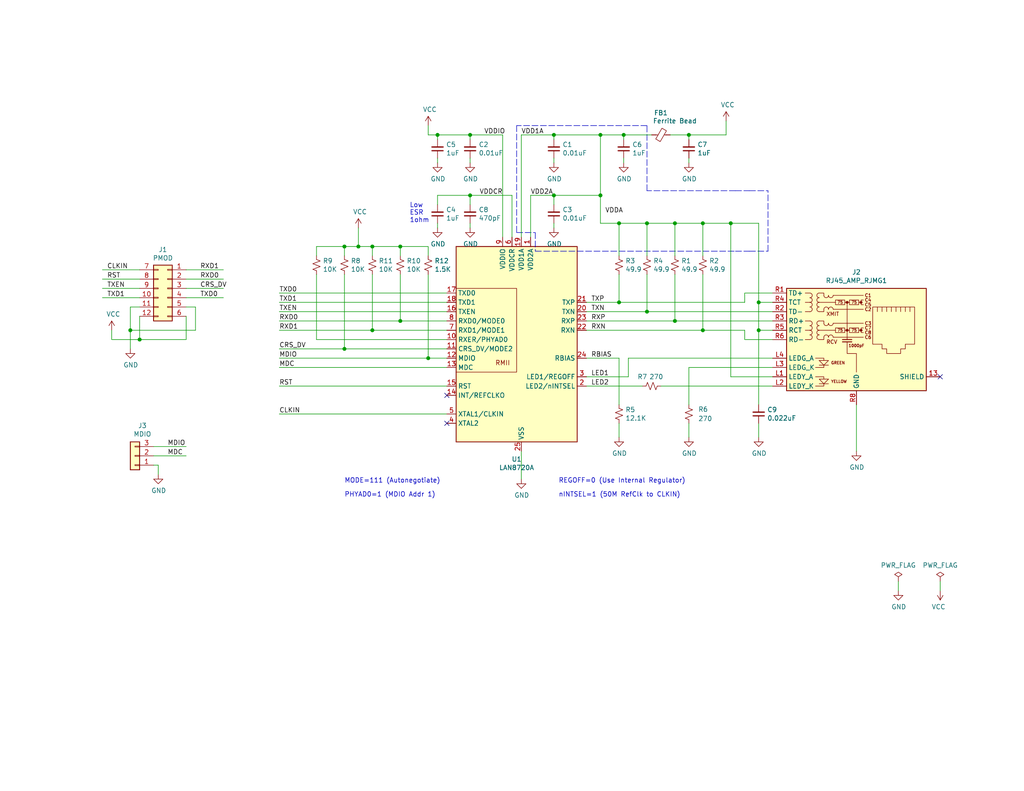
<source format=kicad_sch>
(kicad_sch (version 20211123) (generator eeschema)
  (paper "USLetter")
  (title_block (title "Ethernet PHY PMOD") (date "2022-05-16") (rev "2") (comment 3 "This source describes Open Hardware and is licensed under the CERN-OHL-P v2\n") (comment 4 "Copyright 2022, Brian Swetland <swetland@frotz.net>"))
  (lib_symbols
    (symbol "Connector:RJ45_Amphenol_RJMG1BD3B8K1ANR"
      (property "Reference" "J" (at 19.05 15.24 0))
      (property "Value" "RJ45_Amphenol_RJMG1BD3B8K1ANR" (at -19.05 15.24 0))
      (symbol "RJ45_Amphenol_RJMG1BD3B8K1ANR_0_0"
        (circle (center -2.54 2.54) (radius 0.254) (stroke (width 0.254)) (fill (type outline)))
        (circle (center -2.54 10.16) (radius 0.254) (stroke (width 0.254)) (fill (type outline)))
        (polyline (pts (xy -7.62 -12.065) (xy -10.16 -12.065)))
        (polyline (pts (xy -7.62 -6.985) (xy -10.16 -6.985)))
        (polyline (pts (xy -2.54 10.16) (xy -2.54 0)))
        (polyline (pts (xy -1.27 -0.635) (xy -3.81 -0.635)) (stroke (width 0.254)))
        (polyline (pts (xy -1.27 0) (xy -3.81 0)) (stroke (width 0.254)))
        (polyline (pts (xy 1.27 2.54) (xy 0.635 2.54)))
        (polyline (pts (xy 1.27 10.16) (xy 0.635 10.16)))
        (polyline (pts (xy -11.176 -12.7) (xy -8.89 -12.7) (xy -8.89 -12.065)))
        (polyline (pts (xy -11.176 -10.16) (xy -8.89 -10.16) (xy -8.89 -10.795)))
        (polyline (pts (xy -11.176 -5.08) (xy -8.89 -5.08) (xy -8.89 -5.715)))
        (polyline (pts (xy -8.89 -6.985) (xy -8.89 -7.62) (xy -11.176 -7.62)))
        (polyline (pts (xy -10.16 -5.715) (xy -7.62 -5.715) (xy -8.89 -6.985) (xy -10.16 -5.715)))
        (polyline (pts (xy -7.62 -10.795) (xy -10.16 -10.795) (xy -8.89 -12.065) (xy -7.62 -10.795)))
        (polyline (pts (xy -2.54 -0.635) (xy -2.54 -3.81) (xy 0 -3.81) (xy 0 -8.89)))
        (polyline (pts (xy 1.905 3.175) (xy 1.27 3.175) (xy 1.27 1.905) (xy 1.905 1.905)))
        (polyline (pts (xy 1.905 10.795) (xy 1.27 10.795) (xy 1.27 9.525) (xy 1.905 9.525)))
        (circle (center 1.27 2.54) (radius 0.254) (stroke (width 0.254)) (fill (type outline)))
        (circle (center 1.27 10.16) (radius 0.254) (stroke (width 0.254)) (fill (type outline)))
        (text "1000pF" (at 0 -1.651 0) (effects (font (size 0.762 0.762))))
        (text "75" (at -4.445 2.54 0) (effects (font (size 0.762 0.762))))
        (text "75" (at -4.445 10.16 0) (effects (font (size 0.762 0.762))))
        (text "75" (at -0.635 2.54 0) (effects (font (size 0.762 0.762))))
        (text "75" (at -0.635 10.16 0) (effects (font (size 0.762 0.762))))
        (text "C1" (at 3.175 12.065 0) (effects (font (size 0.889 0.889))))
        (text "C2" (at 3.175 8.255 0) (effects (font (size 0.889 0.889))))
        (text "C3" (at 3.175 4.445 0) (effects (font (size 0.889 0.889))))
        (text "C4" (at 3.175 10.795 0) (effects (font (size 0.889 0.889))))
        (text "C5" (at 3.175 9.525 0) (effects (font (size 0.889 0.889))))
        (text "C6" (at 3.175 0.635 0) (effects (font (size 0.889 0.889))))
        (text "C7" (at 3.175 3.175 0) (effects (font (size 0.889 0.889))))
        (text "C8" (at 3.175 1.905 0) (effects (font (size 0.889 0.889))))
        (text "GREEN" (at -6.985 -6.35 0) (effects (font (size 0.762 0.762)) (justify left)))
        (text "RCV" (at -8.255 -0.635 0) (effects (font (size 1.016 1.016)) (justify left)))
        (text "XMIT" (at -8.255 6.985 0) (effects (font (size 1.016 1.016)) (justify left)))
        (text "YELLOW" (at -6.985 -11.43 0) (effects (font (size 0.762 0.762)) (justify left)))
      )
      (symbol "RJ45_Amphenol_RJMG1BD3B8K1ANR_0_1"
        (rectangle (start -19.05 -13.97) (end 19.05 13.97) (stroke (width 0.254)) (fill (type background)))
        (arc (start -12.7 0) (mid -12.065 0.635) (end -12.7 1.27))
        (arc (start -12.7 1.27) (mid -12.065 1.905) (end -12.7 2.54))
        (arc (start -12.7 2.54) (mid -12.065 3.175) (end -12.7 3.81))
        (arc (start -12.7 3.81) (mid -12.065 4.445) (end -12.7 5.08))
        (arc (start -12.7 7.62) (mid -12.065 8.255) (end -12.7 8.89))
        (arc (start -12.7 8.89) (mid -12.065 9.525) (end -12.7 10.16))
        (arc (start -12.7 10.16) (mid -12.065 10.795) (end -12.7 11.43))
        (arc (start -12.7 11.43) (mid -12.065 12.065) (end -12.7 12.7))
        (arc (start -10.16 1.27) (mid -10.795 0.635) (end -10.16 0))
        (arc (start -10.16 2.54) (mid -10.795 1.905) (end -10.16 1.27))
        (arc (start -10.16 3.81) (mid -10.795 3.175) (end -10.16 2.54))
        (arc (start -10.16 5.08) (mid -10.795 4.445) (end -10.16 3.81))
        (arc (start -10.16 8.89) (mid -10.795 8.255) (end -10.16 7.62))
        (arc (start -10.16 10.16) (mid -10.795 9.525) (end -10.16 8.89))
        (arc (start -10.16 11.43) (mid -10.795 10.795) (end -10.16 10.16))
        (arc (start -10.16 12.7) (mid -10.795 12.065) (end -10.16 11.43))
        (arc (start -8.89 4.445) (mid -8.255 3.81) (end -7.62 4.445))
        (arc (start -8.89 12.065) (mid -8.255 11.43) (end -7.62 12.065))
        (arc (start -7.62 0.635) (mid -8.255 1.27) (end -8.89 0.635))
        (arc (start -7.62 4.445) (mid -6.985 3.81) (end -6.35 4.445))
        (arc (start -7.62 8.255) (mid -8.255 8.89) (end -8.89 8.255))
        (arc (start -7.62 12.065) (mid -6.985 11.43) (end -6.35 12.065))
        (arc (start -6.35 0.635) (mid -6.985 1.27) (end -7.62 0.635))
        (arc (start -6.35 8.255) (mid -6.985 8.89) (end -7.62 8.255))
        (rectangle (start -5.715 3.175) (end -3.175 1.905))
        (rectangle (start -5.715 10.795) (end -3.175 9.525))
        (rectangle (start -1.905 3.175) (end 0.635 1.905))
        (rectangle (start -1.905 10.795) (end 0.635 9.525))
        (polyline (pts (xy -12.7 0) (xy -13.97 0)))
        (polyline (pts (xy -12.7 2.54) (xy -13.97 2.54)))
        (polyline (pts (xy -12.7 5.08) (xy -13.97 5.08)))
        (polyline (pts (xy -12.7 7.62) (xy -13.97 7.62)))
        (polyline (pts (xy -12.7 10.16) (xy -13.97 10.16)))
        (polyline (pts (xy -12.7 12.7) (xy -13.97 12.7)))
        (polyline (pts (xy -6.35 0.635) (xy 1.905 0.635)))
        (polyline (pts (xy -6.35 4.445) (xy 1.905 4.445)))
        (polyline (pts (xy -6.35 8.255) (xy 1.905 8.255)))
        (polyline (pts (xy -6.35 12.065) (xy 1.905 12.065)))
        (polyline (pts (xy -5.715 2.54) (xy -10.16 2.54)))
        (polyline (pts (xy -5.715 10.16) (xy -10.16 10.16)))
        (polyline (pts (xy -3.175 2.54) (xy -1.905 2.54)))
        (polyline (pts (xy -3.175 10.16) (xy -1.905 10.16)))
        (polyline (pts (xy 5.715 7.62) (xy 5.715 8.89)))
        (polyline (pts (xy 6.985 8.89) (xy 6.985 7.62)))
        (polyline (pts (xy 8.255 8.89) (xy 8.255 7.62)))
        (polyline (pts (xy 9.525 8.89) (xy 9.525 7.62)))
        (polyline (pts (xy 10.795 8.89) (xy 10.795 7.62)))
        (polyline (pts (xy 12.065 8.89) (xy 12.065 7.62)))
        (polyline (pts (xy 13.335 7.62) (xy 13.335 8.89)))
        (polyline (pts (xy 14.605 7.62) (xy 14.605 8.89)))
        (polyline (pts (xy -10.16 5.08) (xy -8.89 5.08) (xy -8.89 4.445)))
        (polyline (pts (xy -10.16 12.7) (xy -8.89 12.7) (xy -8.89 12.065)))
        (polyline (pts (xy -8.89 0.635) (xy -8.89 0) (xy -10.16 0)))
        (polyline (pts (xy -8.89 8.255) (xy -8.89 7.62) (xy -10.16 7.62)))
        (polyline (pts (xy 4.445 8.89) (xy 15.875 8.89) (xy 15.875 -1.27) (xy 13.335 -1.27) (xy 13.335 -2.54) (xy 12.065 -2.54) (xy 12.065 -3.81) (xy 8.255 -3.81) (xy 8.255 -2.54) (xy 6.985 -2.54) (xy 6.985 -1.27) (xy 4.445 -1.27) (xy 4.445 8.89)))
      )
      (symbol "RJ45_Amphenol_RJMG1BD3B8K1ANR_1_1"
        (pin passive line (at 22.86 -10.16 180) (length 3.81) (name "SHIELD") (number "13"))
        (pin passive line (at -22.86 -10.16 0) (length 3.81) (name "LEDY_A") (number "L1"))
        (pin passive line (at -22.86 -12.7 0) (length 3.81) (name "LEDY_K") (number "L2"))
        (pin passive line (at -22.86 -7.62 0) (length 3.81) (name "LEDG_K") (number "L3"))
        (pin passive line (at -22.86 -5.08 0) (length 3.81) (name "LEDG_A") (number "L4"))
        (pin passive line (at -22.86 12.7 0) (length 3.81) (name "TD+") (number "R1"))
        (pin passive line (at -22.86 7.62 0) (length 3.81) (name "TD-") (number "R2"))
        (pin passive line (at -22.86 5.08 0) (length 3.81) (name "RD+") (number "R3"))
        (pin passive line (at -22.86 10.16 0) (length 3.81) (name "TCT") (number "R4"))
        (pin passive line (at -22.86 2.54 0) (length 3.81) (name "RCT") (number "R5"))
        (pin passive line (at -22.86 0 0) (length 3.81) (name "RD-") (number "R6"))
        (pin no_connect line (at 5.08 -5.08 0) (length 0) hide (name "NC") (number "R7"))
        (pin power_in line (at 0 -17.78 90) (length 3.81) (name "GND") (number "R8"))
      )
    )
    (symbol "Connector_Generic:Conn_01x03" (pin_names (offset 1.016) hide)
      (property "Reference" "J" (at 0 5.08 0))
      (property "Value" "Conn_01x03" (at 0 -5.08 0))
      (symbol "Conn_01x03_1_1"
        (rectangle (start -1.27 -2.413) (end 0 -2.667) (stroke (width 0.1524)))
        (rectangle (start -1.27 0.127) (end 0 -0.127) (stroke (width 0.1524)))
        (rectangle (start -1.27 2.667) (end 0 2.413) (stroke (width 0.1524)))
        (rectangle (start -1.27 3.81) (end 1.27 -3.81) (stroke (width 0.254)) (fill (type background)))
        (pin passive line (at -5.08 2.54 0) (length 3.81) (name "Pin_1") (number "1"))
        (pin passive line (at -5.08 0 0) (length 3.81) (name "Pin_2") (number "2"))
        (pin passive line (at -5.08 -2.54 0) (length 3.81) (name "Pin_3") (number "3"))
      )
    )
    (symbol "Connector_Generic:Conn_02x06_Top_Bottom" (pin_names (offset 1.016) hide)
      (property "Reference" "J" (at 1.27 7.62 0))
      (property "Value" "Conn_02x06_Top_Bottom" (at 1.27 -10.16 0))
      (symbol "Conn_02x06_Top_Bottom_1_1"
        (rectangle (start -1.27 -7.493) (end 0 -7.747) (stroke (width 0.1524)))
        (rectangle (start -1.27 -4.953) (end 0 -5.207) (stroke (width 0.1524)))
        (rectangle (start -1.27 -2.413) (end 0 -2.667) (stroke (width 0.1524)))
        (rectangle (start -1.27 0.127) (end 0 -0.127) (stroke (width 0.1524)))
        (rectangle (start -1.27 2.667) (end 0 2.413) (stroke (width 0.1524)))
        (rectangle (start -1.27 5.207) (end 0 4.953) (stroke (width 0.1524)))
        (rectangle (start -1.27 6.35) (end 3.81 -8.89) (stroke (width 0.254)) (fill (type background)))
        (rectangle (start 3.81 -7.493) (end 2.54 -7.747) (stroke (width 0.1524)))
        (rectangle (start 3.81 -4.953) (end 2.54 -5.207) (stroke (width 0.1524)))
        (rectangle (start 3.81 -2.413) (end 2.54 -2.667) (stroke (width 0.1524)))
        (rectangle (start 3.81 0.127) (end 2.54 -0.127) (stroke (width 0.1524)))
        (rectangle (start 3.81 2.667) (end 2.54 2.413) (stroke (width 0.1524)))
        (rectangle (start 3.81 5.207) (end 2.54 4.953) (stroke (width 0.1524)))
        (pin passive line (at -5.08 5.08 0) (length 3.81) (name "Pin_1") (number "1"))
        (pin passive line (at 7.62 -2.54 180) (length 3.81) (name "Pin_10") (number "10"))
        (pin passive line (at 7.62 -5.08 180) (length 3.81) (name "Pin_11") (number "11"))
        (pin passive line (at 7.62 -7.62 180) (length 3.81) (name "Pin_12") (number "12"))
        (pin passive line (at -5.08 2.54 0) (length 3.81) (name "Pin_2") (number "2"))
        (pin passive line (at -5.08 0 0) (length 3.81) (name "Pin_3") (number "3"))
        (pin passive line (at -5.08 -2.54 0) (length 3.81) (name "Pin_4") (number "4"))
        (pin passive line (at -5.08 -5.08 0) (length 3.81) (name "Pin_5") (number "5"))
        (pin passive line (at -5.08 -7.62 0) (length 3.81) (name "Pin_6") (number "6"))
        (pin passive line (at 7.62 5.08 180) (length 3.81) (name "Pin_7") (number "7"))
        (pin passive line (at 7.62 2.54 180) (length 3.81) (name "Pin_8") (number "8"))
        (pin passive line (at 7.62 0 180) (length 3.81) (name "Pin_9") (number "9"))
      )
    )
    (symbol "Device:C_Small" (pin_numbers hide) (pin_names (offset 0.254) hide)
      (property "Reference" "C" (at 0.254 1.778 0))
      (property "Value" "C_Small" (at 0.254 -2.032 0))
      (symbol "C_Small_0_1"
        (polyline (pts (xy -1.524 -0.508) (xy 1.524 -0.508)) (stroke (width 0.3302)))
        (polyline (pts (xy -1.524 0.508) (xy 1.524 0.508)) (stroke (width 0.3048)))
      )
      (symbol "C_Small_1_1"
        (pin passive line (at 0 2.54 270) (length 2.032) (name "~") (number "1"))
        (pin passive line (at 0 -2.54 90) (length 2.032) (name "~") (number "2"))
      )
    )
    (symbol "Device:R_Small_US" (pin_numbers hide) (pin_names (offset 0.254) hide)
      (property "Reference" "R" (at 0.762 0.508 0))
      (property "Value" "R_Small_US" (at 0.762 -1.016 0))
      (symbol "R_Small_US_1_1"
        (polyline (pts (xy 0 0) (xy 1.016 -0.381) (xy 0 -0.762) (xy -1.016 -1.143) (xy 0 -1.524)))
        (polyline (pts (xy 0 1.524) (xy 1.016 1.143) (xy 0 0.762) (xy -1.016 0.381) (xy 0 0)))
        (pin passive line (at 0 2.54 270) (length 1.016) (name "~") (number "1"))
        (pin passive line (at 0 -2.54 90) (length 1.016) (name "~") (number "2"))
      )
    )
    (symbol "Interface_Ethernet:LAN8720A"
      (property "Reference" "U" (at -13.97 29.21 0))
      (property "Value" "LAN8720A" (at 15.24 29.21 0))
      (symbol "LAN8720A_0_0"
        (text "RMII" (at -5.08 -3.81 0) (effects (font (size 1.27 1.27))))
      )
      (symbol "LAN8720A_0_1"
        (rectangle (start -17.78 27.94) (end 15.24 -25.4) (stroke (width 0.254)) (fill (type background)))
        (polyline (pts (xy -17.78 -6.35) (xy -1.27 -6.35) (xy -1.27 16.51) (xy -17.78 16.51)))
      )
      (symbol "LAN8720A_1_1"
        (pin power_in line (at 2.54 30.48 270) (length 2.54) (name "VDD2A") (number "1"))
        (pin output line (at -20.32 2.54 0) (length 2.54) (name "RXER/PHYAD0") (number "10"))
        (pin output line (at -20.32 0 0) (length 2.54) (name "CRS_DV/MODE2") (number "11"))
        (pin bidirectional line (at -20.32 -2.54 0) (length 2.54) (name "MDIO") (number "12"))
        (pin input line (at -20.32 -5.08 0) (length 2.54) (name "MDC") (number "13"))
        (pin output line (at -20.32 -12.7 0) (length 2.54) (name "INT/REFCLKO") (number "14"))
        (pin input line (at -20.32 -10.16 0) (length 2.54) (name "RST") (number "15"))
        (pin input line (at -20.32 10.16 0) (length 2.54) (name "TXEN") (number "16"))
        (pin input line (at -20.32 15.24 0) (length 2.54) (name "TXD0") (number "17"))
        (pin input line (at -20.32 12.7 0) (length 2.54) (name "TXD1") (number "18"))
        (pin power_in line (at 0 30.48 270) (length 2.54) (name "VDD1A") (number "19"))
        (pin bidirectional line (at 17.78 -10.16 180) (length 2.54) (name "LED2/nINTSEL") (number "2"))
        (pin output line (at 17.78 10.16 180) (length 2.54) (name "TXN") (number "20"))
        (pin output line (at 17.78 12.7 180) (length 2.54) (name "TXP") (number "21"))
        (pin output line (at 17.78 5.08 180) (length 2.54) (name "RXN") (number "22"))
        (pin output line (at 17.78 7.62 180) (length 2.54) (name "RXP") (number "23"))
        (pin input line (at 17.78 -2.54 180) (length 2.54) (name "RBIAS") (number "24"))
        (pin power_in line (at 0 -27.94 90) (length 2.54) (name "VSS") (number "25"))
        (pin bidirectional line (at 17.78 -7.62 180) (length 2.54) (name "LED1/REGOFF") (number "3"))
        (pin passive line (at -20.32 -20.32 0) (length 2.54) (name "XTAL2") (number "4"))
        (pin passive line (at -20.32 -17.78 0) (length 2.54) (name "XTAL1/CLKIN") (number "5"))
        (pin power_in line (at -2.54 30.48 270) (length 2.54) (name "VDDCR") (number "6"))
        (pin output line (at -20.32 5.08 0) (length 2.54) (name "RXD1/MODE1") (number "7"))
        (pin output line (at -20.32 7.62 0) (length 2.54) (name "RXD0/MODE0") (number "8"))
        (pin power_in line (at -5.08 30.48 270) (length 2.54) (name "VDDIO") (number "9"))
      )
    )
    (symbol "ethernet-pmod-rescue:Ferrite_Bead_Small-Device" (pin_numbers hide) (pin_names (offset 0))
      (property "Reference" "FB" (at 1.905 1.27 0))
      (property "Value" "Ferrite_Bead_Small-Device" (at 1.905 -1.27 0))
      (symbol "Ferrite_Bead_Small-Device_0_1"
        (polyline (pts (xy 0 -1.27) (xy 0 -0.7874)))
        (polyline (pts (xy 0 0.889) (xy 0 1.2954)))
        (polyline (pts (xy -1.8288 0.2794) (xy -1.1176 1.4986) (xy 1.8288 -0.2032) (xy 1.1176 -1.4224) (xy -1.8288 0.2794)))
      )
      (symbol "Ferrite_Bead_Small-Device_1_1"
        (pin passive line (at 0 2.54 270) (length 1.27) (name "~") (number "1"))
        (pin passive line (at 0 -2.54 90) (length 1.27) (name "~") (number "2"))
      )
    )
    (symbol "power:GND" (power) (pin_names (offset 0))
      (property "Value" "GND" (at 0 -3.81 0))
      (symbol "GND_0_1"
        (polyline (pts (xy 0 0) (xy 0 -1.27) (xy 1.27 -1.27) (xy 0 -2.54) (xy -1.27 -1.27) (xy 0 -1.27)))
      )
      (symbol "GND_1_1"
        (pin power_in line (at 0 0 270) (length 0) hide (name "GND") (number "1"))
      )
    )
    (symbol "power:PWR_FLAG" (power) (pin_numbers hide) (pin_names (offset 0) hide)
      (property "Value" "PWR_FLAG" (at 0 3.81 0))
      (symbol "PWR_FLAG_0_0"
        (pin power_out line (at 0 0 90) (length 0) (name "pwr") (number "1"))
      )
      (symbol "PWR_FLAG_0_1"
        (polyline (pts (xy 0 0) (xy 0 1.27) (xy -1.016 1.905) (xy 0 2.54) (xy 1.016 1.905) (xy 0 1.27)))
      )
    )
    (symbol "power:VCC" (power) (pin_names (offset 0))
      (property "Value" "VCC" (at 0 3.81 0))
      (symbol "VCC_0_1"
        (polyline (pts (xy -0.762 1.27) (xy 0 2.54)))
        (polyline (pts (xy 0 0) (xy 0 2.54)))
        (polyline (pts (xy 0 2.54) (xy 0.762 1.27)))
      )
      (symbol "VCC_1_1"
        (pin power_in line (at 0 0 90) (length 0) hide (name "VCC") (number "1"))
      )
    )
  )
  (junction (at 97.79 67.31))
  (junction (at 184.15 60.96))
  (junction (at 176.53 85.09))
  (junction (at 170.18 36.83))
  (junction (at 151.13 53.34))
  (junction (at 109.22 67.31))
  (junction (at 168.91 60.96))
  (junction (at 119.38 36.83))
  (junction (at 187.96 36.83))
  (junction (at 191.77 60.96))
  (junction (at 199.39 60.96))
  (junction (at 191.77 90.17))
  (junction (at 128.27 53.34))
  (junction (at 207.01 82.55))
  (junction (at 109.22 87.63))
  (junction (at 116.84 97.79))
  (junction (at 207.01 90.17))
  (junction (at 35.56 90.17))
  (junction (at 93.98 67.31))
  (junction (at 168.91 82.55))
  (junction (at 128.27 36.83))
  (junction (at 151.13 36.83))
  (junction (at 93.98 95.25))
  (junction (at 184.15 87.63))
  (junction (at 163.83 36.83))
  (junction (at 176.53 60.96))
  (junction (at 163.83 53.34))
  (junction (at 101.6 67.31))
  (junction (at 38.1 92.71))
  (junction (at 101.6 90.17))
  (no_connect (at 256.54 102.87))
  (no_connect (at 121.92 107.95))
  (no_connect (at 121.92 115.57))
  (wire (pts (xy 43.18 127) (xy 43.18 129.54)))
  (polyline (pts (xy 146.05 63.5) (xy 146.05 68.58)))
  (wire (pts (xy 207.01 115.57) (xy 207.01 119.38)))
  (wire (pts (xy 137.16 64.77) (xy 137.16 36.83)))
  (wire (pts (xy 116.84 34.29) (xy 116.84 36.83)))
  (polyline (pts (xy 140.97 63.5) (xy 146.05 63.5)))
  (wire (pts (xy 139.7 53.34) (xy 128.27 53.34)))
  (wire (pts (xy 191.77 69.85) (xy 191.77 60.96)))
  (wire (pts (xy 163.83 60.96) (xy 168.91 60.96)))
  (wire (pts (xy 256.54 161.29) (xy 256.54 158.75)))
  (wire (pts (xy 116.84 97.79) (xy 76.2 97.79)))
  (wire (pts (xy 128.27 53.34) (xy 128.27 55.88)))
  (wire (pts (xy 119.38 43.18) (xy 119.38 44.45)))
  (wire (pts (xy 168.91 97.79) (xy 168.91 110.49)))
  (wire (pts (xy 30.48 92.71) (xy 30.48 90.17)))
  (wire (pts (xy 187.96 100.33) (xy 210.82 100.33)))
  (wire (pts (xy 187.96 115.57) (xy 187.96 119.38)))
  (wire (pts (xy 199.39 60.96) (xy 207.01 60.96)))
  (wire (pts (xy 184.15 60.96) (xy 176.53 60.96)))
  (wire (pts (xy 50.8 78.74) (xy 60.96 78.74)))
  (wire (pts (xy 121.92 87.63) (xy 109.22 87.63)))
  (wire (pts (xy 191.77 90.17) (xy 191.77 74.93)))
  (wire (pts (xy 176.53 74.93) (xy 176.53 85.09)))
  (wire (pts (xy 203.2 92.71) (xy 210.82 92.71)))
  (wire (pts (xy 144.78 64.77) (xy 144.78 53.34)))
  (wire (pts (xy 35.56 90.17) (xy 53.34 90.17)))
  (wire (pts (xy 35.56 90.17) (xy 35.56 95.25)))
  (wire (pts (xy 38.1 92.71) (xy 50.8 92.71)))
  (wire (pts (xy 119.38 55.88) (xy 119.38 53.34)))
  (wire (pts (xy 121.92 80.01) (xy 76.2 80.01)))
  (wire (pts (xy 160.02 97.79) (xy 168.91 97.79)))
  (polyline (pts (xy 200.66 52.07) (xy 204.47 52.07)))
  (wire (pts (xy 199.39 102.87) (xy 210.82 102.87)))
  (polyline (pts (xy 209.55 68.58) (xy 209.55 52.07)))
  (wire (pts (xy 171.45 97.79) (xy 210.82 97.79)))
  (wire (pts (xy 187.96 43.18) (xy 187.96 44.45)))
  (wire (pts (xy 93.98 67.31) (xy 97.79 67.31)))
  (wire (pts (xy 207.01 60.96) (xy 207.01 82.55)))
  (wire (pts (xy 38.1 86.36) (xy 38.1 92.71)))
  (wire (pts (xy 168.91 82.55) (xy 160.02 82.55)))
  (wire (pts (xy 207.01 90.17) (xy 210.82 90.17)))
  (wire (pts (xy 38.1 92.71) (xy 30.48 92.71)))
  (wire (pts (xy 109.22 87.63) (xy 109.22 74.93)))
  (wire (pts (xy 151.13 38.1) (xy 151.13 36.83)))
  (wire (pts (xy 121.92 95.25) (xy 93.98 95.25)))
  (wire (pts (xy 121.92 92.71) (xy 86.36 92.71)))
  (wire (pts (xy 207.01 82.55) (xy 207.01 90.17)))
  (wire (pts (xy 203.2 82.55) (xy 203.2 80.01)))
  (wire (pts (xy 151.13 53.34) (xy 151.13 55.88)))
  (wire (pts (xy 50.8 92.71) (xy 50.8 86.36)))
  (polyline (pts (xy 200.66 68.58) (xy 204.47 68.58)))
  (wire (pts (xy 171.45 102.87) (xy 171.45 97.79)))
  (wire (pts (xy 101.6 90.17) (xy 76.2 90.17)))
  (wire (pts (xy 142.24 130.81) (xy 142.24 123.19)))
  (wire (pts (xy 119.38 38.1) (xy 119.38 36.83)))
  (wire (pts (xy 176.53 60.96) (xy 168.91 60.96)))
  (wire (pts (xy 128.27 36.83) (xy 128.27 38.1)))
  (wire (pts (xy 160.02 90.17) (xy 191.77 90.17)))
  (wire (pts (xy 144.78 53.34) (xy 151.13 53.34)))
  (wire (pts (xy 53.34 83.82) (xy 50.8 83.82)))
  (wire (pts (xy 121.92 85.09) (xy 76.2 85.09)))
  (wire (pts (xy 170.18 36.83) (xy 177.8 36.83)))
  (wire (pts (xy 191.77 90.17) (xy 203.2 90.17)))
  (wire (pts (xy 50.8 76.2) (xy 60.96 76.2)))
  (wire (pts (xy 109.22 87.63) (xy 76.2 87.63)))
  (wire (pts (xy 168.91 115.57) (xy 168.91 119.38)))
  (wire (pts (xy 151.13 62.23) (xy 151.13 60.96)))
  (wire (pts (xy 203.2 90.17) (xy 203.2 92.71)))
  (wire (pts (xy 50.8 81.28) (xy 60.96 81.28)))
  (wire (pts (xy 128.27 43.18) (xy 128.27 44.45)))
  (wire (pts (xy 38.1 73.66) (xy 27.94 73.66)))
  (wire (pts (xy 119.38 53.34) (xy 128.27 53.34)))
  (wire (pts (xy 151.13 44.45) (xy 151.13 43.18)))
  (wire (pts (xy 116.84 36.83) (xy 119.38 36.83)))
  (wire (pts (xy 207.01 90.17) (xy 207.01 110.49)))
  (wire (pts (xy 182.88 36.83) (xy 187.96 36.83)))
  (wire (pts (xy 163.83 36.83) (xy 170.18 36.83)))
  (wire (pts (xy 86.36 67.31) (xy 93.98 67.31)))
  (wire (pts (xy 151.13 53.34) (xy 163.83 53.34)))
  (wire (pts (xy 184.15 69.85) (xy 184.15 60.96)))
  (wire (pts (xy 53.34 90.17) (xy 53.34 83.82)))
  (wire (pts (xy 184.15 87.63) (xy 210.82 87.63)))
  (wire (pts (xy 41.91 124.46) (xy 50.8 124.46)))
  (wire (pts (xy 35.56 83.82) (xy 35.56 90.17)))
  (wire (pts (xy 97.79 67.31) (xy 97.79 62.23)))
  (wire (pts (xy 93.98 95.25) (xy 93.98 74.93)))
  (wire (pts (xy 160.02 105.41) (xy 175.26 105.41)))
  (wire (pts (xy 137.16 36.83) (xy 128.27 36.83)))
  (wire (pts (xy 245.11 158.75) (xy 245.11 161.29)))
  (wire (pts (xy 121.92 97.79) (xy 116.84 97.79)))
  (polyline (pts (xy 204.47 68.58) (xy 209.55 68.58)))
  (wire (pts (xy 128.27 62.23) (xy 128.27 60.96)))
  (wire (pts (xy 116.84 67.31) (xy 109.22 67.31)))
  (wire (pts (xy 86.36 69.85) (xy 86.36 67.31)))
  (wire (pts (xy 160.02 87.63) (xy 184.15 87.63)))
  (wire (pts (xy 151.13 36.83) (xy 163.83 36.83)))
  (wire (pts (xy 176.53 69.85) (xy 176.53 60.96)))
  (wire (pts (xy 191.77 60.96) (xy 184.15 60.96)))
  (wire (pts (xy 121.92 90.17) (xy 101.6 90.17)))
  (wire (pts (xy 38.1 81.28) (xy 27.94 81.28)))
  (wire (pts (xy 198.12 36.83) (xy 198.12 33.02)))
  (wire (pts (xy 50.8 73.66) (xy 60.96 73.66)))
  (polyline (pts (xy 176.53 34.29) (xy 140.97 34.29)))
  (wire (pts (xy 199.39 60.96) (xy 199.39 102.87)))
  (wire (pts (xy 184.15 74.93) (xy 184.15 87.63)))
  (wire (pts (xy 187.96 110.49) (xy 187.96 100.33)))
  (wire (pts (xy 109.22 67.31) (xy 109.22 69.85)))
  (wire (pts (xy 142.24 64.77) (xy 142.24 36.83)))
  (wire (pts (xy 170.18 43.18) (xy 170.18 44.45)))
  (wire (pts (xy 191.77 60.96) (xy 199.39 60.96)))
  (wire (pts (xy 121.92 105.41) (xy 76.2 105.41)))
  (wire (pts (xy 187.96 36.83) (xy 198.12 36.83)))
  (wire (pts (xy 160.02 102.87) (xy 171.45 102.87)))
  (wire (pts (xy 160.02 85.09) (xy 176.53 85.09)))
  (wire (pts (xy 168.91 82.55) (xy 203.2 82.55)))
  (wire (pts (xy 101.6 67.31) (xy 109.22 67.31)))
  (wire (pts (xy 93.98 69.85) (xy 93.98 67.31)))
  (wire (pts (xy 168.91 74.93) (xy 168.91 82.55)))
  (polyline (pts (xy 200.66 52.07) (xy 176.53 52.07)))
  (polyline (pts (xy 176.53 52.07) (xy 176.53 34.29)))
  (wire (pts (xy 168.91 69.85) (xy 168.91 60.96)))
  (wire (pts (xy 119.38 36.83) (xy 128.27 36.83)))
  (wire (pts (xy 170.18 38.1) (xy 170.18 36.83)))
  (wire (pts (xy 233.68 110.49) (xy 233.68 123.19)))
  (wire (pts (xy 97.79 67.31) (xy 101.6 67.31)))
  (wire (pts (xy 142.24 36.83) (xy 151.13 36.83)))
  (wire (pts (xy 86.36 92.71) (xy 86.36 74.93)))
  (wire (pts (xy 203.2 80.01) (xy 210.82 80.01)))
  (wire (pts (xy 41.91 121.92) (xy 50.8 121.92)))
  (wire (pts (xy 38.1 83.82) (xy 35.56 83.82)))
  (wire (pts (xy 38.1 78.74) (xy 27.94 78.74)))
  (polyline (pts (xy 146.05 68.58) (xy 200.66 68.58)))
  (polyline (pts (xy 204.47 52.07) (xy 209.55 52.07)))
  (wire (pts (xy 207.01 82.55) (xy 210.82 82.55)))
  (wire (pts (xy 176.53 85.09) (xy 210.82 85.09)))
  (wire (pts (xy 76.2 113.03) (xy 121.92 113.03)))
  (wire (pts (xy 38.1 76.2) (xy 27.94 76.2)))
  (polyline (pts (xy 140.97 34.29) (xy 140.97 63.5)))
  (wire (pts (xy 101.6 90.17) (xy 101.6 74.93)))
  (wire (pts (xy 119.38 60.96) (xy 119.38 62.23)))
  (wire (pts (xy 93.98 95.25) (xy 76.2 95.25)))
  (wire (pts (xy 116.84 69.85) (xy 116.84 67.31)))
  (wire (pts (xy 121.92 82.55) (xy 76.2 82.55)))
  (wire (pts (xy 121.92 100.33) (xy 76.2 100.33)))
  (wire (pts (xy 101.6 69.85) (xy 101.6 67.31)))
  (wire (pts (xy 163.83 53.34) (xy 163.83 60.96)))
  (wire (pts (xy 180.34 105.41) (xy 210.82 105.41)))
  (wire (pts (xy 139.7 64.77) (xy 139.7 53.34)))
  (wire (pts (xy 187.96 36.83) (xy 187.96 38.1)))
  (wire (pts (xy 41.91 127) (xy 43.18 127)))
  (wire (pts (xy 116.84 74.93) (xy 116.84 97.79)))
  (wire (pts (xy 163.83 36.83) (xy 163.83 53.34)))
  (text "REGOFF=0 (Use Internal Regulator)" (at 152.4 132.08 0) (effects (font (size 1.27 1.27)) (justify left bottom)))
  (text "nINTSEL=1 (50M RefClk to CLKIN)" (at 152.4 135.89 0) (effects (font (size 1.27 1.27)) (justify left bottom)))
  (text "Low\nESR\n1ohm" (at 111.76 60.96 0) (effects (font (size 1.27 1.27)) (justify left bottom)))
  (text "PHYAD0=1 (MDIO Addr 1)" (at 93.98 135.89 0) (effects (font (size 1.27 1.27)) (justify left bottom)))
  (text "MODE=111 (Autonegotiate)" (at 93.98 132.08 0) (effects (font (size 1.27 1.27)) (justify left bottom)))
  (label "RXD1" (at 76.2 90.17 0))
  (label "VDDCR" (at 130.81 53.34 0))
  (label "VDD2A" (at 144.78 53.34 0))
  (label "CLKIN" (at 76.2 113.03 0))
  (label "CRS_DV" (at 54.61 78.74 0))
  (label "RBIAS" (at 161.29 97.79 0))
  (label "TXD1" (at 76.2 82.55 0))
  (label "VDDA" (at 165.1 58.42 0))
  (label "MDC" (at 45.72 124.46 0))
  (label "CLKIN" (at 29.21 73.66 0))
  (label "LED1" (at 161.29 102.87 0))
  (label "TXD0" (at 76.2 80.01 0))
  (label "MDIO" (at 76.2 97.79 0))
  (label "MDC" (at 76.2 100.33 0))
  (label "MDIO" (at 45.72 121.92 0))
  (label "RXD0" (at 54.61 76.2 0))
  (label "TXEN" (at 29.21 78.74 0))
  (label "RST" (at 76.2 105.41 0))
  (label "TXD0" (at 54.61 81.28 0))
  (label "TXEN" (at 76.2 85.09 0))
  (label "RXD0" (at 76.2 87.63 0))
  (label "RXN" (at 161.29 90.17 0))
  (label "VDDIO" (at 132.08 36.83 0))
  (label "TXD1" (at 29.21 81.28 0))
  (label "RXP" (at 161.29 87.63 0))
  (label "LED2" (at 161.29 105.41 0))
  (label "TXP" (at 161.29 82.55 0))
  (label "VDD1A" (at 142.24 36.83 0))
  (label "CRS_DV" (at 76.2 95.25 0))
  (label "RST" (at 29.21 76.2 0))
  (label "RXD1" (at 54.61 73.66 0))
  (label "TXN" (at 161.29 85.09 0))
  (symbol (lib_id "Interface_Ethernet:LAN8720A") (at 142.24 95.25 0) (unit 1)
    (property "Reference" "U1" (at 140.97 125.3744 0))
    (property "Value" "LAN8720A" (at 140.97 127.6858 0))
    (property "Footprint" "Package_DFN_QFN:QFN-24-1EP_4x4mm_P0.5mm_EP2.6x2.6mm_ThermalVias" (effects hide))
    (property "Datasheet" "http://ww1.microchip.com/downloads/en/DeviceDoc/8720a.pdf" (effects hide))
  )
  (symbol (lib_id "Device:R_Small_US") (at 168.91 72.39 0) (unit 1)
    (property "Reference" "R3" (at 170.6372 71.2216 0) (effects (justify left)))
    (property "Value" "49.9" (at 170.6372 73.533 0) (effects (justify left)))
    (property "Footprint" "Resistor_SMD:R_0402_1005Metric" (effects hide))
  )
  (symbol (lib_id "power:GND") (at 142.24 130.81 0) (unit 1)
    (property "Reference" "#PWR0101" (effects hide))
    (property "Value" "GND" (at 142.367 135.2042 0))
  )
  (symbol (lib_id "power:VCC") (at 116.84 34.29 0) (unit 1)
    (property "Reference" "#PWR0102" (effects hide))
    (property "Value" "VCC" (at 117.2718 29.8958 0))
  )
  (symbol (lib_id "Connector_Generic:Conn_02x06_Top_Bottom") (at 45.72 78.74 0) (mirror y) (unit 1)
    (property "Reference" "J1" (at 44.45 68.1482 0))
    (property "Value" "PMOD" (at 44.45 70.4596 0))
    (property "Footprint" "FrotzNet:PMOD_Peripheral_Conn_2x06_P2.54mm_Vertical" (effects hide))
  )
  (symbol (lib_id "Connector:RJ45_Amphenol_RJMG1BD3B8K1ANR") (at 233.68 92.71 0) (unit 1)
    (property "Reference" "J2" (at 233.68 74.295 0))
    (property "Value" "RJ45_AMP_RJMG1" (at 233.68 76.6064 0))
    (property "Footprint" "Connector_RJ:RJ45_Amphenol_RJMG1BD3B8K1ANR" (effects hide))
    (property "Datasheet" "https://www.amphenolcanada.com/ProductSearch/Drawings/AC/RJMG1BD3B8K1ANR.PDF" (effects hide))
  )
  (symbol (lib_id "Device:R_Small_US") (at 176.53 72.39 0) (unit 1)
    (property "Reference" "R4" (at 178.2572 71.2216 0) (effects (justify left)))
    (property "Value" "49.9" (at 178.2572 73.533 0) (effects (justify left)))
    (property "Footprint" "Resistor_SMD:R_0402_1005Metric" (effects hide))
  )
  (symbol (lib_id "Device:R_Small_US") (at 184.15 72.39 0) (unit 1)
    (property "Reference" "R1" (at 185.8772 71.2216 0) (effects (justify left)))
    (property "Value" "49.9" (at 185.8772 73.533 0) (effects (justify left)))
    (property "Footprint" "Resistor_SMD:R_0402_1005Metric" (effects hide))
  )
  (symbol (lib_id "Device:R_Small_US") (at 191.77 72.39 0) (unit 1)
    (property "Reference" "R2" (at 193.4972 71.2216 0) (effects (justify left)))
    (property "Value" "49.9" (at 193.4972 73.533 0) (effects (justify left)))
    (property "Footprint" "Resistor_SMD:R_0402_1005Metric" (effects hide))
  )
  (symbol (lib_id "Device:R_Small_US") (at 187.96 113.03 0) (unit 1)
    (property "Reference" "R6" (at 190.5 111.76 0) (effects (justify left)))
    (property "Value" "270" (at 190.5 114.3 0) (effects (justify left)))
    (property "Footprint" "Resistor_SMD:R_0402_1005Metric" (effects hide))
  )
  (symbol (lib_id "Device:R_Small_US") (at 177.8 105.41 270) (unit 1)
    (property "Reference" "R7" (at 175.26 102.87 90))
    (property "Value" "270" (at 179.07 102.87 90))
    (property "Footprint" "Resistor_SMD:R_0402_1005Metric" (effects hide))
  )
  (symbol (lib_id "Device:C_Small") (at 119.38 40.64 180) (unit 1)
    (property "Reference" "C5" (at 121.7168 39.4716 0) (effects (justify right)))
    (property "Value" "1uF" (at 121.7168 41.783 0) (effects (justify right)))
    (property "Footprint" "Capacitor_SMD:C_0402_1005Metric" (effects hide))
  )
  (symbol (lib_id "Device:C_Small") (at 128.27 40.64 180) (unit 1)
    (property "Reference" "C2" (at 130.6068 39.4716 0) (effects (justify right)))
    (property "Value" "0.01uF" (at 130.6068 41.783 0) (effects (justify right)))
    (property "Footprint" "Capacitor_SMD:C_0402_1005Metric" (effects hide))
  )
  (symbol (lib_id "Device:C_Small") (at 151.13 40.64 180) (unit 1)
    (property "Reference" "C1" (at 153.4668 39.4716 0) (effects (justify right)))
    (property "Value" "0.01uF" (at 153.4668 41.783 0) (effects (justify right)))
    (property "Footprint" "Capacitor_SMD:C_0402_1005Metric" (effects hide))
  )
  (symbol (lib_id "Device:C_Small") (at 151.13 58.42 180) (unit 1)
    (property "Reference" "C3" (at 153.4668 57.2516 0) (effects (justify right)))
    (property "Value" "0.01uF" (at 153.4668 59.563 0) (effects (justify right)))
    (property "Footprint" "Capacitor_SMD:C_0402_1005Metric" (effects hide))
  )
  (symbol (lib_id "Device:C_Small") (at 128.27 58.42 180) (unit 1)
    (property "Reference" "C8" (at 130.6068 57.2516 0) (effects (justify right)))
    (property "Value" "470pF" (at 130.6068 59.563 0) (effects (justify right)))
    (property "Footprint" "Capacitor_SMD:C_0402_1005Metric" (effects hide))
  )
  (symbol (lib_id "Device:C_Small") (at 119.38 58.42 180) (unit 1)
    (property "Reference" "C4" (at 121.7168 57.2516 0) (effects (justify right)))
    (property "Value" "1uF" (at 121.7168 59.563 0) (effects (justify right)))
    (property "Footprint" "Capacitor_SMD:C_0402_1005Metric" (effects hide))
  )
  (symbol (lib_id "power:GND") (at 151.13 62.23 0) (unit 1)
    (property "Reference" "#PWR0105" (effects hide))
    (property "Value" "GND" (at 151.257 66.6242 0))
  )
  (symbol (lib_id "power:GND") (at 151.13 44.45 0) (unit 1)
    (property "Reference" "#PWR0106" (effects hide))
    (property "Value" "GND" (at 151.257 48.8442 0))
  )
  (symbol (lib_id "power:VCC") (at 198.12 33.02 0) (unit 1)
    (property "Reference" "#PWR0107" (effects hide))
    (property "Value" "VCC" (at 198.5518 28.6258 0))
  )
  (symbol (lib_id "power:GND") (at 128.27 44.45 0) (unit 1)
    (property "Reference" "#PWR0108" (effects hide))
    (property "Value" "GND" (at 128.397 48.8442 0))
  )
  (symbol (lib_id "power:GND") (at 119.38 44.45 0) (unit 1)
    (property "Reference" "#PWR0109" (effects hide))
    (property "Value" "GND" (at 119.507 48.8442 0))
  )
  (symbol (lib_id "power:GND") (at 119.38 62.23 0) (unit 1)
    (property "Reference" "#PWR0110" (effects hide))
    (property "Value" "GND" (at 119.507 66.6242 0))
  )
  (symbol (lib_id "power:GND") (at 128.27 62.23 0) (unit 1)
    (property "Reference" "#PWR0111" (effects hide))
    (property "Value" "GND" (at 128.397 66.6242 0))
  )
  (symbol (lib_id "power:VCC") (at 30.48 90.17 0) (unit 1)
    (property "Reference" "#PWR0112" (effects hide))
    (property "Value" "VCC" (at 30.9118 85.7758 0))
  )
  (symbol (lib_id "power:GND") (at 35.56 95.25 0) (unit 1)
    (property "Reference" "#PWR0113" (effects hide))
    (property "Value" "GND" (at 35.687 99.6442 0))
  )
  (symbol (lib_id "Device:R_Small_US") (at 168.91 113.03 0) (unit 1)
    (property "Reference" "R5" (at 170.6372 111.8616 0) (effects (justify left)))
    (property "Value" "12.1K" (at 170.6372 114.173 0) (effects (justify left)))
    (property "Footprint" "Resistor_SMD:R_0402_1005Metric" (effects hide))
  )
  (symbol (lib_id "power:GND") (at 168.91 119.38 0) (unit 1)
    (property "Reference" "#PWR0114" (effects hide))
    (property "Value" "GND" (at 169.037 123.7742 0))
  )
  (symbol (lib_id "Device:R_Small_US") (at 109.22 72.39 0) (unit 1)
    (property "Reference" "R10" (at 110.9472 71.2216 0) (effects (justify left)))
    (property "Value" "10K" (at 110.9472 73.533 0) (effects (justify left)))
    (property "Footprint" "Resistor_SMD:R_0402_1005Metric" (effects hide))
  )
  (symbol (lib_id "Device:R_Small_US") (at 101.6 72.39 0) (unit 1)
    (property "Reference" "R11" (at 103.3272 71.2216 0) (effects (justify left)))
    (property "Value" "10K" (at 103.3272 73.533 0) (effects (justify left)))
    (property "Footprint" "Resistor_SMD:R_0402_1005Metric" (effects hide))
  )
  (symbol (lib_id "Device:R_Small_US") (at 93.98 72.39 0) (unit 1)
    (property "Reference" "R8" (at 95.7072 71.2216 0) (effects (justify left)))
    (property "Value" "10K" (at 95.7072 73.533 0) (effects (justify left)))
    (property "Footprint" "Resistor_SMD:R_0402_1005Metric" (effects hide))
  )
  (symbol (lib_id "Device:R_Small_US") (at 86.36 72.39 0) (unit 1)
    (property "Reference" "R9" (at 88.0872 71.2216 0) (effects (justify left)))
    (property "Value" "10K" (at 88.0872 73.533 0) (effects (justify left)))
    (property "Footprint" "Resistor_SMD:R_0402_1005Metric" (effects hide))
  )
  (symbol (lib_id "power:VCC") (at 97.79 62.23 0) (unit 1)
    (property "Reference" "#PWR0115" (effects hide))
    (property "Value" "VCC" (at 98.2218 57.8358 0))
  )
  (symbol (lib_id "ethernet-pmod-rescue:Ferrite_Bead_Small-Device") (at 180.34 36.83 270) (unit 1)
    (property "Reference" "FB1" (at 180.34 30.8102 90))
    (property "Value" "Ferrite Bead" (at 184.15 33.02 90))
    (property "Footprint" "Inductor_SMD:L_0805_2012Metric" (effects hide))
  )
  (symbol (lib_id "power:GND") (at 207.01 119.38 0) (unit 1)
    (property "Reference" "#PWR0116" (effects hide))
    (property "Value" "GND" (at 207.137 123.7742 0))
  )
  (symbol (lib_id "Device:C_Small") (at 207.01 113.03 180) (unit 1)
    (property "Reference" "C9" (at 209.3468 111.8616 0) (effects (justify right)))
    (property "Value" "0.022uF" (at 209.3468 114.173 0) (effects (justify right)))
    (property "Footprint" "Capacitor_SMD:C_0402_1005Metric" (effects hide))
  )
  (symbol (lib_id "Device:C_Small") (at 170.18 40.64 180) (unit 1)
    (property "Reference" "C6" (at 172.5168 39.4716 0) (effects (justify right)))
    (property "Value" "1uF" (at 172.5168 41.783 0) (effects (justify right)))
    (property "Footprint" "Capacitor_SMD:C_0603_1608Metric" (effects hide))
  )
  (symbol (lib_id "Device:C_Small") (at 187.96 40.64 180) (unit 1)
    (property "Reference" "C7" (at 190.2968 39.4716 0) (effects (justify right)))
    (property "Value" "1uF" (at 190.2968 41.783 0) (effects (justify right)))
    (property "Footprint" "Capacitor_SMD:C_0603_1608Metric" (effects hide))
  )
  (symbol (lib_id "power:GND") (at 170.18 44.45 0) (unit 1)
    (property "Reference" "#PWR0118" (effects hide))
    (property "Value" "GND" (at 170.307 48.8442 0))
  )
  (symbol (lib_id "power:GND") (at 187.96 44.45 0) (unit 1)
    (property "Reference" "#PWR0119" (effects hide))
    (property "Value" "GND" (at 188.087 48.8442 0))
  )
  (symbol (lib_id "Connector_Generic:Conn_01x03") (at 36.83 124.46 180) (unit 1)
    (property "Reference" "J3" (at 38.862 116.205 0))
    (property "Value" "MDIO" (at 38.862 118.5164 0))
    (property "Footprint" "Connector_PinSocket_2.54mm:PinSocket_1x03_P2.54mm_Vertical" (effects hide))
  )
  (symbol (lib_id "power:GND") (at 43.18 129.54 0) (unit 1)
    (property "Reference" "#PWR0122" (effects hide))
    (property "Value" "GND" (at 43.307 133.9342 0))
  )
  (symbol (lib_id "Device:R_Small_US") (at 116.84 72.39 0) (unit 1)
    (property "Reference" "R12" (at 118.5672 71.2216 0) (effects (justify left)))
    (property "Value" "1.5K" (at 118.5672 73.533 0) (effects (justify left)))
    (property "Footprint" "Resistor_SMD:R_0402_1005Metric" (effects hide))
  )
  (symbol (lib_id "power:PWR_FLAG") (at 245.11 158.75 0) (unit 1)
    (property "Reference" "#FLG0101" (effects hide))
    (property "Value" "PWR_FLAG" (at 245.11 154.3304 0))
  )
  (symbol (lib_id "power:PWR_FLAG") (at 256.54 158.75 0) (unit 1)
    (property "Reference" "#FLG0102" (effects hide))
    (property "Value" "PWR_FLAG" (at 256.54 154.3304 0))
  )
  (symbol (lib_id "power:GND") (at 245.11 161.29 0) (unit 1)
    (property "Reference" "#PWR0123" (effects hide))
    (property "Value" "GND" (at 245.237 165.6842 0))
  )
  (symbol (lib_id "power:VCC") (at 256.54 161.29 180) (unit 1)
    (property "Reference" "#PWR0124" (effects hide))
    (property "Value" "VCC" (at 256.0828 165.6842 0))
  )
  (symbol (lib_id "power:GND") (at 233.68 123.19 0) (unit 1)
    (property "Reference" "#PWR0125" (effects hide))
    (property "Value" "GND" (at 233.807 127.5842 0))
  )
  (symbol (lib_id "power:GND") (at 187.96 119.38 0) (unit 1)
    (property "Reference" "#PWR0103" (effects hide))
    (property "Value" "GND" (at 188.087 123.7742 0))
  )
)
</source>
